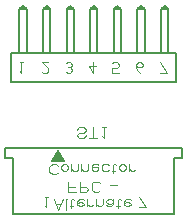
<source format=gbr>
G04 GENERATED BY PULSONIX 7.0 GERBER.DLL 4573*
%INHILLSTAR_80X80_EL_V1_0*%
%LNGERBER_SILKSCREEN_BOTTOM*%
%FSLAX33Y33*%
%IPPOS*%
%LPD*%
%OFA0B0*%
%MOMM*%
%ADD15C,0.125*%
%ADD17C,0.200*%
%ADD71C,0.127*%
%ADD78C,0.203*%
X0Y0D02*
D02*
D15*
X124600Y178966D02*
X124894Y178966D01*
X124747D02*
X124747Y178084D01*
X124600Y178231*
X126715Y167556D02*
X127009Y167556D01*
X126862D02*
X126862Y166674D01*
X126715Y166821*
X127041Y178966D02*
X126453Y178966D01*
X126968Y178452*
X127041Y178305*
X126968Y178158*
X126821Y178084*
X126600*
X126453Y178158*
X128527Y178893D02*
X128674Y178966D01*
X128821*
X128968Y178893*
X129041Y178746*
X128968Y178599*
X128821Y178525*
X128674*
X128821D02*
X128968Y178452D01*
X129041Y178305*
X128968Y178158*
X128821Y178084*
X128674*
X128527Y178158*
X127503Y167356D02*
X127871Y166474D01*
X128238Y167356*
X127650Y166989D02*
X128091Y166989D01*
X128589Y167356D02*
X128516Y167356D01*
Y166474*
X128828Y166768D02*
X129122Y166768D01*
X128975Y166621D02*
X128975Y167283D01*
X129049Y167356*
X129122*
X129196Y167283*
X130041D02*
X129968Y167356D01*
X129821*
X129674*
X129527Y167283*
X129453Y167136*
Y166915*
X129527Y166842*
X129674Y166768*
X129821*
X129968Y166842*
X130041Y166915*
Y166989*
X129968Y167062*
X129821Y167136*
X129674*
X129527Y167062*
X129453Y166989*
X130303Y167356D02*
X130303Y166768D01*
Y166989D02*
X130377Y166842D01*
X130524Y166768*
X130671*
X130818Y166842*
X131078Y167356D02*
X131078Y166768D01*
Y166989D02*
X131152Y166842D01*
X131299Y166768*
X131446*
X131593Y166842*
X131666Y166989*
Y167356*
X131928Y166842D02*
X132075Y166768D01*
X132296*
X132443Y166842*
X132516Y166989*
Y167209*
X132443Y167283*
X132296Y167356*
X132149*
X132002Y167283*
X131928Y167209*
Y167136*
X132002Y167062*
X132149Y166989*
X132296*
X132443Y167062*
X132516Y167136*
Y167209D02*
X132516Y167356D01*
X132778Y166768D02*
X133072Y166768D01*
X132925Y166621D02*
X132925Y167283D01*
X132999Y167356*
X133072*
X133146Y167283*
X133991D02*
X133918Y167356D01*
X133771*
X133624*
X133477Y167283*
X133403Y167136*
Y166915*
X133477Y166842*
X133624Y166768*
X133771*
X133918Y166842*
X133991Y166915*
Y166989*
X133918Y167062*
X133771Y167136*
X133624*
X133477Y167062*
X133403Y166989*
X128666Y168856D02*
X128666Y167974D01*
X129401*
X129254Y168415D02*
X128666Y168415D01*
X129678Y168856D02*
X129678Y167974D01*
X130193*
X130340Y168048*
X130413Y168195*
X130340Y168342*
X130193Y168415*
X129678*
X131426Y168709D02*
X131352Y168783D01*
X131205Y168856*
X130985*
X130838Y168783*
X130764Y168709*
X130691Y168562*
Y168268*
X130764Y168121*
X130838Y168048*
X130985Y167974*
X131205*
X131352Y168048*
X131426Y168121*
X132241Y168562D02*
X132829Y168562D01*
X127857Y170209D02*
X127784Y170283D01*
X127637Y170356*
X127416*
X127269Y170283*
X127195Y170209*
X127122Y170062*
Y169768*
X127195Y169621*
X127269Y169548*
X127416Y169474*
X127637*
X127784Y169548*
X127857Y169621*
X128134Y170136D02*
X128208Y170283D01*
X128355Y170356*
X128502*
X128649Y170283*
X128723Y170136*
Y169989*
X128649Y169842*
X128502Y169768*
X128355*
X128208Y169842*
X128134Y169989*
Y170136*
X128984Y170356D02*
X128984Y169768D01*
Y169989D02*
X129058Y169842D01*
X129205Y169768*
X129352*
X129499Y169842*
X129573Y169989*
Y170356*
X129834D02*
X129834Y169768D01*
Y169989D02*
X129908Y169842D01*
X130055Y169768*
X130202*
X130349Y169842*
X130423Y169989*
Y170356*
X131273Y170283D02*
X131199Y170356D01*
X131052*
X130905*
X130758Y170283*
X130684Y170136*
Y169915*
X130758Y169842*
X130905Y169768*
X131052*
X131199Y169842*
X131273Y169915*
Y169989*
X131199Y170062*
X131052Y170136*
X130905*
X130758Y170062*
X130684Y169989*
X132123Y169842D02*
X131976Y169768D01*
X131755*
X131608Y169842*
X131534Y169989*
Y170136*
X131608Y170283*
X131755Y170356*
X131976*
X132123Y170283*
X132384Y169768D02*
X132679Y169768D01*
X132531Y169621D02*
X132531Y170283D01*
X132605Y170356*
X132679*
X132752Y170283*
X133009Y170136D02*
X133083Y170283D01*
X133230Y170356*
X133377*
X133524Y170283*
X133598Y170136*
Y169989*
X133524Y169842*
X133377Y169768*
X133230*
X133083Y169842*
X133009Y169989*
Y170136*
X133859Y170356D02*
X133859Y169768D01*
Y169989D02*
X133933Y169842D01*
X134080Y169768*
X134227*
X134374Y169842*
X129441Y173221D02*
X129514Y173368D01*
X129661Y173441*
X129955*
X130102Y173368*
X130176Y173221*
X130102Y173074*
X129955Y173000*
X129661*
X129514Y172927*
X129441Y172780*
X129514Y172633*
X129661Y172559*
X129955*
X130102Y172633*
X130176Y172780*
X130821Y173441D02*
X130821Y172559D01*
X130453D02*
X131188Y172559D01*
X131613Y173441D02*
X131907Y173441D01*
X131760D02*
X131760Y172559D01*
X131613Y172706*
X130821Y178966D02*
X130821Y178084D01*
X130453Y178672*
X131041*
X132453Y178893D02*
X132600Y178966D01*
X132821*
X132968Y178893*
X133041Y178746*
Y178672*
X132968Y178525*
X132821Y178452*
X132453*
Y178084*
X133041*
X134731Y167556D02*
X135319Y166674D01*
X134731*
X134453Y178746D02*
X134527Y178599D01*
X134674Y178525*
X134821*
X134968Y178599*
X135041Y178746*
X134968Y178893*
X134821Y178966*
X134674*
X134527Y178893*
X134453Y178746*
Y178525*
X134527Y178305*
X134674Y178158*
X134821Y178084*
X136453Y178966D02*
X137041Y178084D01*
X136453*
D02*
D17*
X127378Y170586D02*
X127878Y171477D01*
X128378Y170586*
X127378*
G36*
X127878Y171477*
X128378Y170586*
X127378*
G37*
D02*
D71*
X124078Y166115D02*
Y170865D01*
X123378*
Y171676*
X123379Y171677*
X138377*
X138378Y171676*
Y170865*
X137678*
Y166115*
X124078*
X124573Y179762D02*
Y183457D01*
X124878Y183762*
X125183Y179762D02*
Y183457D01*
X124878Y183762*
X125183Y183457D02*
X124573D01*
X126573Y179762D02*
Y183457D01*
X126878Y183762*
X127183Y179762D02*
Y183457D01*
X126878Y183762*
X127183Y183457D02*
X126573D01*
X128573Y179762D02*
Y183457D01*
X128878Y183762*
X129183Y179762D02*
Y183457D01*
X128878Y183762*
X129183Y183457D02*
X128573D01*
X130573Y179762D02*
Y183457D01*
X130878Y183762*
X131183Y179762D02*
Y183457D01*
X130878Y183762*
X131183Y183457D02*
X130573D01*
X132573Y179762D02*
Y183457D01*
X132878Y183762*
X133183Y179762D02*
Y183457D01*
X132878Y183762*
X133183Y183457D02*
X132573D01*
X134573Y179762D02*
Y183457D01*
X134878Y183762*
X135183Y179762D02*
Y183457D01*
X134878Y183762*
X135183Y183457D02*
X134573D01*
X136573Y179762D02*
Y183457D01*
X136878Y183762*
X137183Y179762D02*
Y183457D01*
X136878Y183762*
X137183Y183457D02*
X136573D01*
D02*
D78*
X123878Y177262D02*
Y179762D01*
X137878*
Y177262*
X123878*
X0Y0D02*
M02*

</source>
